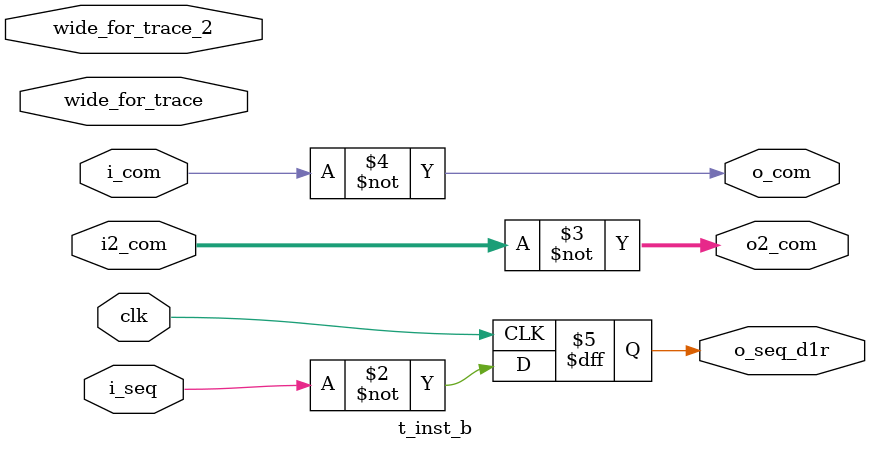
<source format=v>

module t_inst_b (/*AUTOARG*/
   // Outputs
   o_seq_d1r, o_com, o2_com, 
   // Inputs
   clk, i_seq, i_com, i2_com, wide_for_trace, wide_for_trace_2
   );
   // verilator inline_module

   input clk;

   input  	i_seq;
   output	o_seq_d1r;
   input  	i_com;
   output	o_com;
   input [1:0] 	i2_com;
   output [1:0]	o2_com;
   input [127:0] wide_for_trace;
   input [127:0] wide_for_trace_2;

   /*AUTOREG*/
   // Beginning of automatic regs (for this module's undeclared outputs)
   // End of automatics

   reg 			o_seq_d1r;
   always @ (posedge clk) begin
      o_seq_d1r <= ~i_seq;
   end

   wire [1:0] o2_com = ~i2_com;
   wire       o_com = ~i_com;

endmodule

</source>
